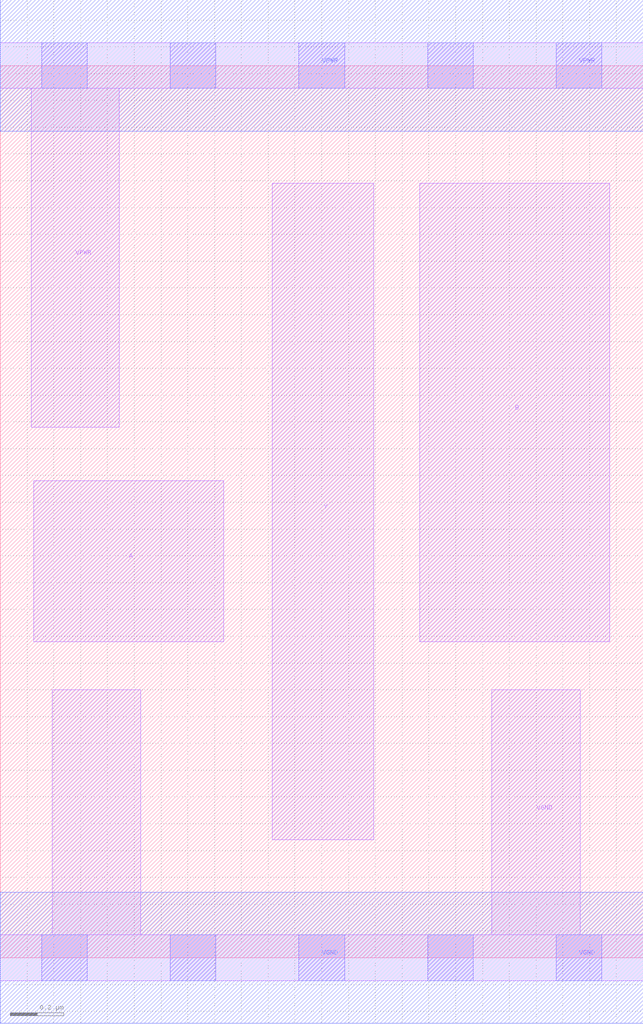
<source format=lef>
# Copyright 2020 The SkyWater PDK Authors
#
# Licensed under the Apache License, Version 2.0 (the "License");
# you may not use this file except in compliance with the License.
# You may obtain a copy of the License at
#
#     https://www.apache.org/licenses/LICENSE-2.0
#
# Unless required by applicable law or agreed to in writing, software
# distributed under the License is distributed on an "AS IS" BASIS,
# WITHOUT WARRANTIES OR CONDITIONS OF ANY KIND, either express or implied.
# See the License for the specific language governing permissions and
# limitations under the License.
#
# SPDX-License-Identifier: Apache-2.0

VERSION 5.7 ;
  NAMESCASESENSITIVE ON ;
  NOWIREEXTENSIONATPIN ON ;
  DIVIDERCHAR "/" ;
  BUSBITCHARS "[]" ;
UNITS
  DATABASE MICRONS 200 ;
END UNITS
MACRO sky130_fd_sc_lp__nor2_lp2
  CLASS CORE ;
  SOURCE USER ;
  FOREIGN sky130_fd_sc_lp__nor2_lp2 ;
  ORIGIN  0.000000  0.000000 ;
  SIZE  2.400000 BY  3.330000 ;
  SYMMETRY X Y R90 ;
  SITE unit ;
  PIN A
    ANTENNAGATEAREA  0.376000 ;
    DIRECTION INPUT ;
    USE SIGNAL ;
    PORT
      LAYER li1 ;
        RECT 0.125000 1.180000 0.835000 1.780000 ;
    END
  END A
  PIN B
    ANTENNAGATEAREA  0.376000 ;
    DIRECTION INPUT ;
    USE SIGNAL ;
    PORT
      LAYER li1 ;
        RECT 1.565000 1.180000 2.275000 2.890000 ;
    END
  END B
  PIN Y
    ANTENNADIFFAREA  0.382600 ;
    DIRECTION OUTPUT ;
    USE SIGNAL ;
    PORT
      LAYER li1 ;
        RECT 1.015000 0.440000 1.395000 2.890000 ;
    END
  END Y
  PIN VGND
    DIRECTION INOUT ;
    USE GROUND ;
    PORT
      LAYER li1 ;
        RECT 0.000000 -0.085000 2.400000 0.085000 ;
        RECT 0.195000  0.085000 0.525000 1.000000 ;
        RECT 1.835000  0.085000 2.165000 1.000000 ;
      LAYER mcon ;
        RECT 0.155000 -0.085000 0.325000 0.085000 ;
        RECT 0.635000 -0.085000 0.805000 0.085000 ;
        RECT 1.115000 -0.085000 1.285000 0.085000 ;
        RECT 1.595000 -0.085000 1.765000 0.085000 ;
        RECT 2.075000 -0.085000 2.245000 0.085000 ;
      LAYER met1 ;
        RECT 0.000000 -0.245000 2.400000 0.245000 ;
    END
  END VGND
  PIN VPWR
    DIRECTION INOUT ;
    USE POWER ;
    PORT
      LAYER li1 ;
        RECT 0.000000 3.245000 2.400000 3.415000 ;
        RECT 0.115000 1.980000 0.445000 3.245000 ;
      LAYER mcon ;
        RECT 0.155000 3.245000 0.325000 3.415000 ;
        RECT 0.635000 3.245000 0.805000 3.415000 ;
        RECT 1.115000 3.245000 1.285000 3.415000 ;
        RECT 1.595000 3.245000 1.765000 3.415000 ;
        RECT 2.075000 3.245000 2.245000 3.415000 ;
      LAYER met1 ;
        RECT 0.000000 3.085000 2.400000 3.575000 ;
    END
  END VPWR
END sky130_fd_sc_lp__nor2_lp2

</source>
